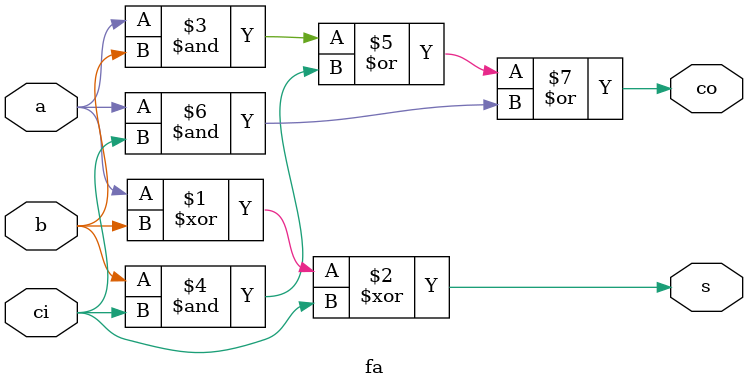
<source format=sv>
`default_nettype none
module top (
 // I/O ports
 input  logic hz100, reset,
 input  logic [20:0] pb,
 output logic [7:0] left, right,
        ss7, ss6, ss5, ss4, ss3, ss2, ss1, ss0,
 output logic red, green, blue,
 // UART ports
 output logic [7:0] txdata,
 input  logic [7:0] rxdata,
 output logic txclk, rxclk,
 input  logic txready, rxready
);
 // Instantiate the Lunar Lander and set up a slower clock
 lunarlander ll (
   .hz100(hz100), .reset(reset), .in(pb[19:0]),
   .red(red), .green(green),                       // for crashed/landed
   .ss0(ss0), .ss1(ss1), .ss2(ss2), .ss3(ss3),     // for values
   .ss5(ss5), .ss6(ss6), .ss7(ss7)                 // for display message
 );
endmodule

module lunarlander #(
 parameter FUEL=16'h800,
 parameter ALTITUDE=16'h4500,
 parameter VELOCITY=16'h0,
 parameter THRUST=16'h5,
 parameter GRAVITY=16'h5
)(
 input logic hz100, reset,
 input logic [19:0] in,
 output logic [7:0] ss7, ss6, ss5,
 output logic [7:0] ss3, ss2, ss1, ss0,
 output logic red, green
);
 logic psc_clock;
 logic clock_sync;
 logic[4:0] ll_keyout;
 logic[15:0] altitude;
 logic[15:0] velocity;
 logic[15:0] llfuel;
 logic[15:0] llthrust;
 logic[15:0] llthrust_2;
 logic[15:0] altitude_2;
 logic[15:0] velocity_2;
 logic[15:0] llfuel_2;
 logic ll_wen;
 logic ll_clock;
 logic ll_land;
 logic ll_crash;
 clock_psc clock(.clk(hz100), .lim(8'd24), .rst(reset), .hzX(psc_clock));
 keysync ll_sync(.rst(reset), .keyin(in[19:0]), .clk(hz100), .keyclk(clock_sync), .keyout(ll_keyout));
 always_ff @(posedge clock_sync, posedge reset) begin
   if(reset) begin
     llthrust_2 = 16'h5;
   end else if((~ll_keyout[4])) begin
     llthrust_2 = {12'b0, ll_keyout[3:0]};
   end
 end
 ll_alu arithmetic(.alt(altitude), .fuel(llfuel), .vel(velocity), .thrust(llthrust), .alt_n(altitude_2), .vel_n(velocity_2), .fuel_n(llfuel_2));
  ll_memory memory(.clk(psc_clock), .rst(reset), .wen(ll_wen), .alt_n(altitude_2), .vel_n(velocity_2), .fuel_n(llfuel_2), .thrust_n(llthrust_2),
                   .alt(altitude), .fuel(llfuel), .vel(velocity), .thrust(llthrust));
 ll_display display(.clk(clock_sync), .rst(reset), .alt(altitude), .fuel(llfuel), .vel(velocity), .thrust(llthrust),
                   .disp_ctrl({ll_keyout == 5'd19, ll_keyout == 5'd18, ll_keyout == 5'd17, ll_keyout == 5'd16}), .land(ll_land), .crash(ll_crash),
                   .ss7(ss7), .ss6(ss6), .ss5(ss5), .ss3(ss3), .ss2(ss2), .ss1(ss1), .ss0(ss0), .red(red), .green(green));
 ll_control control(.alt(altitude), .vel(velocity), .clk(psc_clock), .rst(reset), .crash(ll_crash), .land(ll_land), .wen(ll_wen));
endmodule

//Takes the current values of the lander (altitude, velocity, fuel and thrust) as well as the control signals (land and crash) and display them on the seven segment displays, and green and red LEDs.
module ll_display(input logic clk, input logic rst, input logic land, input logic crash, input logic [3:0] disp_ctrl, input logic [15:0] alt,
 input logic [15:0] vel, input logic [15:0] fuel, input logic [15:0] thrust, output logic [7:0] ss7, ss6, ss5, ss3, ss2, ss1, ss0, output logic red,
 output logic green);
 logic [4:0] hold;
 logic [3:0] display_ctrl;
 logic [15:0] alt_new;
 logic [3:0] mode;
 logic [3:0] new_mode;
 logic [15:0] neg;
 logic [15:0] num;
 logic [23:0] state;
 logic [6:0] display;
 bcdaddsub4 convert(.a(0), .b(vel), .op(1'b1), .s(neg));
 always_comb begin
   {ss7, ss6, ss5} = 24'b011101110011100001111000;
   num = alt;
   case (mode)
     4'b0001: begin
       {ss7, ss6, ss5} = 24'b011110000111011001010000;
       num = thrust;
     end
     4'b0010: begin
       {ss7, ss6, ss5} = 24'b011011110111011101101101;
       num = fuel;
     end
     4'b0100: begin
       {ss7, ss6, ss5} = 24'b001111100111100100111000;
       num = (vel[15] == 1) ? neg : vel;
     end
     4'b1000: begin
       {ss7, ss6, ss5} = 24'b011101110011100001111000;
       num = alt;
     end
     default: begin
       {ss7, ss6, ss5} = 24'b011110000111011001010000;
       num = thrust;
     end
   endcase
 end
 always_ff @(posedge clk, posedge rst) begin
   if (rst) begin
     mode <= 4'b1000;
   end
   else begin
     mode <= disp_ctrl;
   end
 end
 ssdec display1(.in(num[3:0]), .enable(1'b1), .out(ss0[6:0]));
 ssdec display2(.in(num[7:4]), .enable(|num[15:4]), .out(ss1[6:0]));
 ssdec display3(.in(num[11:8]), .enable(|num[15:8]), .out(ss2[6:0]));
 assign ss3 = ({ss7, ss6, ss5} == 24'b001111100111100100111000 && vel[15] == 1) ? 8'b1000000 : {1'b0, display};
 ssdec display4(.in(num[15:12]), .enable(|num[15:12]), .out(display[6:0]));
 assign red = rst ? 1'b0 : crash;
 assign green = rst ? 1'b0 : land;
endmodule

//Stores the altitude, velocity, fuel, and thrust, and accept updates to them on every clock edge when it is enabled.
module ll_memory #(parameter ALTITUDE=16'h4500, VELOCITY=16'h0, FUEL=16'h800, THRUST=16'h5)
   (input logic clk, input logic rst, input logic wen, input logic [15:0] alt_n, input logic [15:0] vel_n,
   input logic [15:0] fuel_n, input logic [15:0] thrust_n, output logic [15:0] alt, output logic [15:0] vel,
   output logic [15:0] fuel, output logic [15:0] thrust);
   logic [15:0] current_alt;
   logic [15:0] current_vel;
   logic [15:0] current_fuel;
   logic [15:0] current_thrust;
   always_ff @(posedge clk or posedge rst) begin
       if (rst) begin
           current_alt <= ALTITUDE;
           current_vel <= VELOCITY;
           current_fuel <= FUEL;
           current_thrust <= THRUST;
       end else if (wen) begin
           current_alt <= alt_n;
           current_vel <= vel_n;
           current_fuel <= fuel_n;
           current_thrust <= thrust_n;
       end
   end
   assign alt = current_alt;
   assign vel = current_vel;
   assign fuel = current_fuel;
   assign thrust = current_thrust;
endmodule

//The Arithmetic Unit that does the calculations
module ll_alu #(parameter GRAVITY=16'h5)(input logic [15:0] alt, input logic [15:0] vel, input logic [15:0] fuel, input logic [15:0] thrust,
 output logic [15:0] alt_n, output logic [15:0] vel_n, output logic [15:0] fuel_n);
 logic [15:0] alt_c;
 logic [15:0] vel_c;
 logic [15:0] vel_c1;
 logic [15:0] fuel_c;
 bcdaddsub4 alt_add_sub(.a(alt), .b(vel), .op(0), .s(alt_c));
 bcdaddsub4 vel_subtract(.a(vel), .b(GRAVITY),.op(1), .s(vel_c));
 bcdaddsub4 vel_subtract2(.a(vel_c), .b({(fuel == 0) ? 16'h0 : thrust}), .op(0), .s(vel_c1));
 bcdaddsub4 fuel_subtract(.a(fuel), .b(thrust), .op(1), .s(fuel_c));
 always_comb begin
   if (alt_c[15] || alt_c == 0) begin
     alt_n = 16'h0;
     vel_n = 16'h0;
   end else begin
     alt_n = alt_c;
     vel_n = vel_c1;
   end
   fuel_n = (fuel_c[15] || fuel_c == 0) ? 16'h0 : fuel_c;
 end
endmodule

//The Control Unit that handles the control signals for the lander like land and crash
module ll_control (input logic clk, input logic rst, input logic [15:0] alt, input logic [15:0] vel, output logic land, output logic crash, output logic wen);
 logic [15:0] alt_vel_sum;
 bcdaddsub4 alt_vel_add(.a(alt), .b(vel), .op(0), .s(alt_vel_sum));
 always_ff @(posedge clk or posedge rst) begin
   if (rst) begin
     land <= 1'b0;
     crash <= 1'b0;
     wen <= 1'b0;
   end else begin
     if (alt_vel_sum[15] || alt_vel_sum == 0) begin
       if (vel < 16'h9970) begin
         crash <= 1'b1;
         land <= 1'b0;
         wen <= 1'b0;
       end
       else begin
         crash <= 1'b0;
         land <= 1'b1;
         wen <= 1'b0;
       end
     end
     else begin
       wen <= 1'b1;
     end
   end
 end
endmodule

module ssdec(input logic [3:0]in, input logic enable, output logic [6:0]out);
logic [6:0] SEG7 [15:0];
 assign SEG7[4'h0] = 7'b0111111;
 assign SEG7[4'h1] = 7'b0000110;
 assign SEG7[4'h2] = 7'b1011011;
 assign SEG7[4'h3] = 7'b1001111;
 assign SEG7[4'h4] = 7'b1100110;
 assign SEG7[4'h5] = 7'b1101101;
 assign SEG7[4'h6] = 7'b1111101;
 assign SEG7[4'h7] = 7'b0000111;
 assign SEG7[4'h8] = 7'b1111111;
 assign SEG7[4'h9] = 7'b1100111;
 assign SEG7[4'ha] = 7'b1110111;
 assign SEG7[4'hb] = 7'b1111100;
 assign SEG7[4'hc] = 7'b0111001;
 assign SEG7[4'hd] = 7'b1011110;
 assign SEG7[4'he] = 7'b1111001;
 assign SEG7[4'hf] = 7'b1110001;
 assign out = enable ? SEG7[in]: 0;
endmodule

module clock_psc (input logic clk, input logic rst, input logic [7:0] lim, output logic hzX);
 logic [7:0] counter;
 always_ff @(posedge clk or posedge rst) begin
   if (rst) begin
     counter <= 8'b0;
     hzX <= 1'b0;
   end else if (lim == 8'b0) begin
     counter <= 8'b0;
     hzX <= clk;
   end else begin
     if (counter == lim) begin
       counter <= 8'b0;
       hzX <= ~hzX;
     end else begin
       counter <= counter + 1;
     end
   end
 end
endmodule

module  keysync(input logic clk, rst, input logic [19:0] keyin, output logic [4:0]keyout, output logic keyclk);
 logic keyclock;
 logic [1:0] delay;
 always_ff @ (posedge clk) begin
   if (rst == 1'b1)
     delay[1] <= 0;
   else
     delay <= (delay << 1) | {1'b0, keyclock};
 end
 assign keyclk = delay[1];
 assign keyout[0] = keyin[1] | keyin[3] | keyin[5] | keyin[7] | keyin[9] | keyin[11] | keyin[13] | keyin[15] | keyin[17] | keyin[19];
 assign keyout[1] = keyin[2] | keyin[3] | keyin[6] | keyin[7] | keyin[10] | keyin[11] | keyin[14] | keyin[15] | keyin[18] | keyin[19];
 assign keyout[2] = (| keyin[7:4]) | (| keyin[15:12]);
 assign keyout[3] = | keyin[15:8];
 assign keyout[4] = | keyin[19:16];
 assign keyclock = |keyin[19:0];
endmodule

module bcd9comp1 (input [3:0] in, output reg [3:0] out);
 always @(*) begin
   case (in)
     4'b0000: out = 4'b1001;
     4'b0001: out = 4'b1000;
     4'b0010: out = 4'b0111;
     4'b0011: out = 4'b0110;
     4'b0100: out = 4'b0101;
     4'b0101: out = 4'b0100;
     4'b0110: out = 4'b0011;
     4'b0111: out = 4'b0010;
     4'b1000: out = 4'b0001;
     4'b1001: out = 4'b0000;
     default: out = 4'b1001;
   endcase
 end
endmodule

module bcdaddsub4 (input [15:0] a, input [15:0] b, input op, output [15:0] s);
 logic [15:0]c;
 bcdadd4 add(.a(a), .b(op ? c : b), .ci(op), .s(s), .co());
 bcd9comp1 tc_a0 (.in(b[3:0]), .out(c[3:0]));
 bcd9comp1 tc_a1 (.in(b[7:4]), .out(c[7:4]));
 bcd9comp1 tc_a2 (.in(b[11:8]), .out(c[11:8]));
 bcd9comp1 tc_a3 (.in(b[15:12]), .out(c[15:12]));
endmodule

module bcdadd4 (input [15:0] a, input [15:0] b, input ci, output [15:0] s, output co);
 logic [3:0] a_digit, b_digit;
 logic [3:0] carry_out;
 logic carry_in;
 assign carry_in = ci;
 bcdadd1 bcd_adder0 (.a(a[3:0]), .b(b[3:0]), .ci(carry_in), .s(s[3:0]), .co(carry_out[0]));
 bcdadd1 bcd_adder1 (.a(a[7:4]), .b(b[7:4]), .ci(carry_out[0]), .s(s[7:4]), .co(carry_out[1]));
 bcdadd1 bcd_adder2 (.a(a[11:8]), .b(b[11:8]), .ci(carry_out[1]), .s(s[11:8]), .co(carry_out[2]));
 bcdadd1 bcd_adder3 (.a(a[15:12]), .b(b[15:12]), .ci(carry_out[2]), .s(s[15:12]), .co(carry_out[3]));
 assign co = carry_out[3];
endmodule

module bcdadd1 (input [3:0] a, input [3:0] b, input ci, output [3:0] s, output co);
 logic fa4_co;
 logic [3:0]fa4_sum;
 logic co_int;
 fa4 fa4_instance (.a(a), .b(b), .ci(ci), .s(fa4_sum), .co(fa4_co));
 assign co_int = (fa4_sum[3] & fa4_sum[2]) | (fa4_sum[3] & fa4_sum[1]) | (fa4_co) ;
 fa4 fa4_instance2 (.a({1'b0, co_int, co_int, 1'b0}), .b(fa4_sum), .ci(1'b0), .s(s), .co());
 assign co = co_int;
endmodule

module fa4 (input [3:0] a, input [3:0] b, input ci, output [3:0] s, output co);
 logic [3:0] co_intermediate;
 fa fa0 (.a(a[0]), .b(b[0]), .ci(ci), .s(s[0]), .co(co_intermediate[0]));
 fa fa1 (.a(a[1]), .b(b[1]), .ci(co_intermediate[0]), .s(s[1]), .co(co_intermediate[1]));
 fa fa2 (.a(a[2]), .b(b[2]), .ci(co_intermediate[1]), .s(s[2]), .co(co_intermediate[2]));
 fa fa3 (.a(a[3]), .b(b[3]), .ci(co_intermediate[2]), .s(s[3]), .co(co_intermediate[3]));
 assign co = co_intermediate[3];
endmodule

module fa (input a, input b, input ci, output s, output co);
   assign s = a ^ b ^ ci;
   assign co = (a & b) | (b & ci) | (a & ci);
endmodule






</source>
